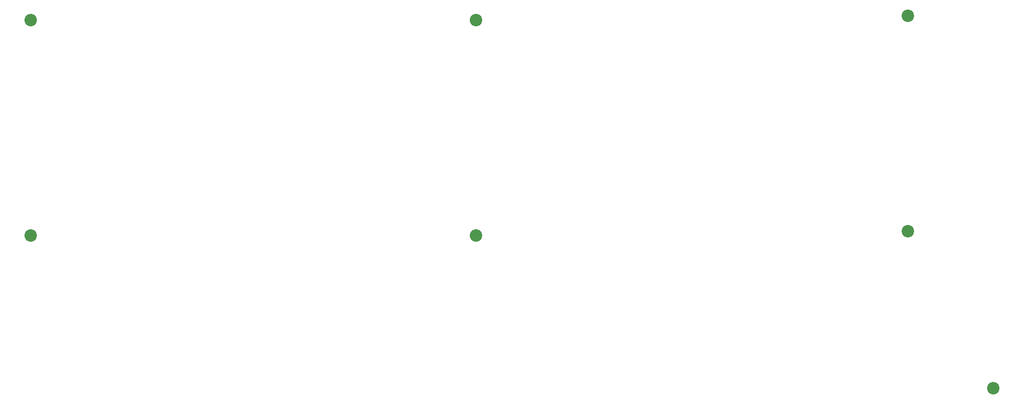
<source format=gbr>
%TF.GenerationSoftware,KiCad,Pcbnew,(5.1.9-0-10_14)*%
%TF.CreationDate,2021-04-19T01:19:29-05:00*%
%TF.ProjectId,wren-left-bottom,7772656e-2d6c-4656-9674-2d626f74746f,rev?*%
%TF.SameCoordinates,Original*%
%TF.FileFunction,Soldermask,Top*%
%TF.FilePolarity,Negative*%
%FSLAX46Y46*%
G04 Gerber Fmt 4.6, Leading zero omitted, Abs format (unit mm)*
G04 Created by KiCad (PCBNEW (5.1.9-0-10_14)) date 2021-04-19 01:19:29*
%MOMM*%
%LPD*%
G01*
G04 APERTURE LIST*
%ADD10C,2.200000*%
G04 APERTURE END LIST*
D10*
%TO.C,H7*%
X226218750Y-111125000D03*
%TD*%
%TO.C,H6*%
X211131500Y-83343750D03*
%TD*%
%TO.C,H5*%
X134937500Y-84137500D03*
%TD*%
%TO.C,H4*%
X56356250Y-84137500D03*
%TD*%
%TO.C,H3*%
X211137500Y-45243750D03*
%TD*%
%TO.C,H2*%
X134937500Y-46037500D03*
%TD*%
%TO.C,H1*%
X56356250Y-46037500D03*
%TD*%
M02*

</source>
